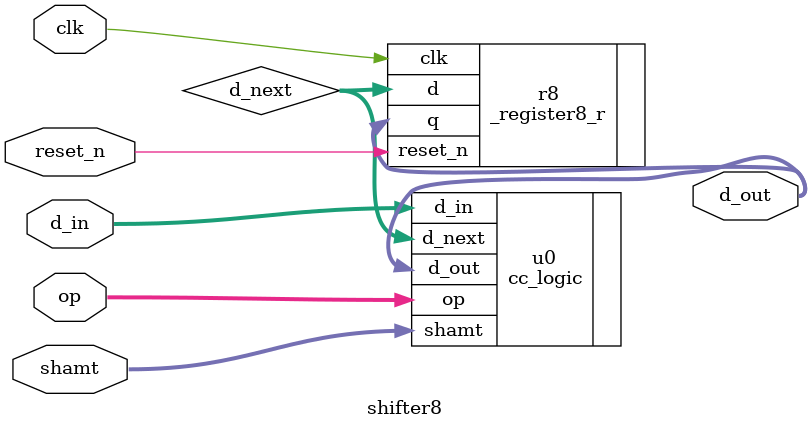
<source format=v>
module shifter8 (clk, reset_n, op, shamt, d_in,d_out); // module name is shifter8

	
	// denitie input signal//
	input clk, reset_n;
	
	input [2:0] op; //3bit opcode, what to do
	input [1:0] shamt;// 2 bit input, 2bits -> can range 0~3 shift 
	input [7:0] d_in; // when op LOAD, store value into register
	
	output [7:0] d_out; // 8bit output d_out
	
	wire[7:0] d_next; // 8bit wire
	
	// use cc_logic, _register8_r module.
	cc_logic u0(.op(op), .shamt(shamt), .d_in(d_in), .d_out(d_out), .d_next(d_next));
	_register8_r r8 (.clk(clk), .reset_n(reset_n), .d(d_next),.q(d_out));
	
	
endmodule

</source>
